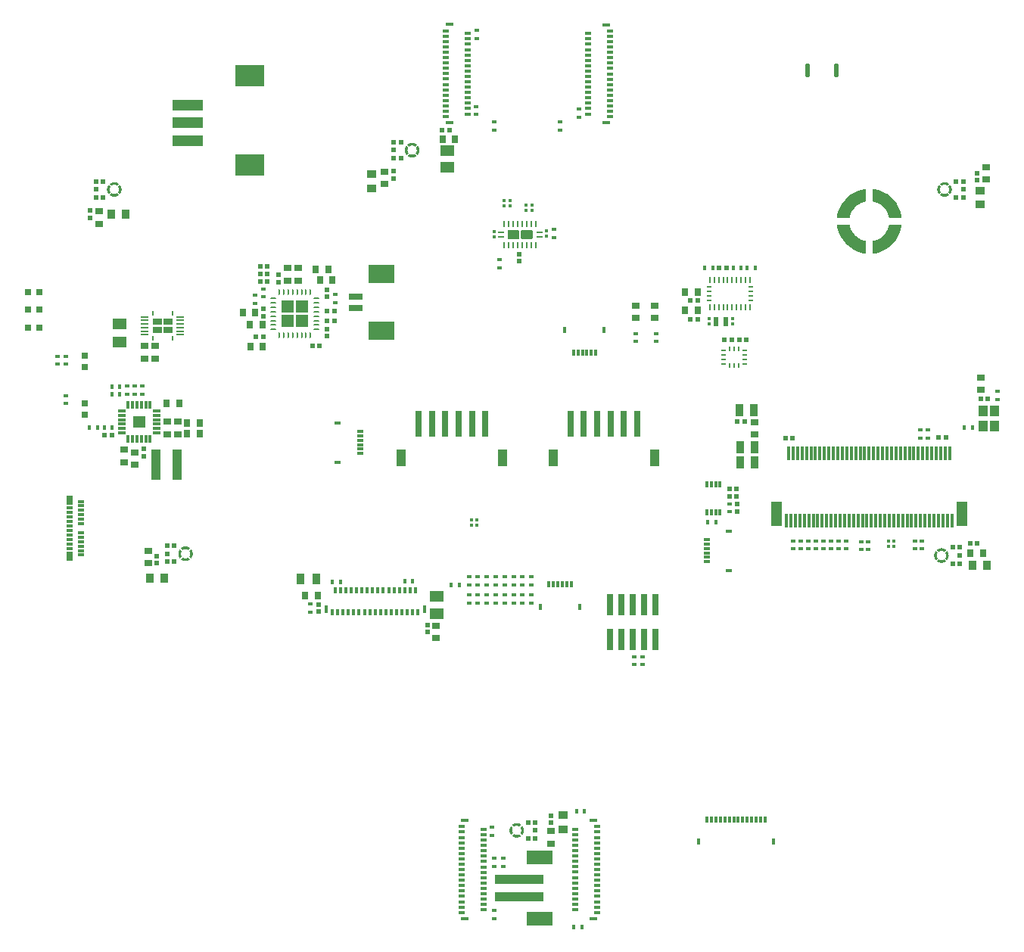
<source format=gbp>
G04*
G04 #@! TF.GenerationSoftware,Altium Limited,Altium Designer,23.5.1 (21)*
G04*
G04 Layer_Color=128*
%FSLAX44Y44*%
%MOMM*%
G71*
G04*
G04 #@! TF.SameCoordinates,796DE07C-666B-433A-AA3A-A7060A37A772*
G04*
G04*
G04 #@! TF.FilePolarity,Positive*
G04*
G01*
G75*
%ADD25R,0.5500X0.4500*%
%ADD26R,0.7000X0.9000*%
%ADD29R,0.4500X0.5500*%
G04:AMPARAMS|DCode=31|XSize=0.55mm|YSize=1.5mm|CornerRadius=0.1375mm|HoleSize=0mm|Usage=FLASHONLY|Rotation=0.000|XOffset=0mm|YOffset=0mm|HoleType=Round|Shape=RoundedRectangle|*
%AMROUNDEDRECTD31*
21,1,0.5500,1.2250,0,0,0.0*
21,1,0.2750,1.5000,0,0,0.0*
1,1,0.2750,0.1375,-0.6125*
1,1,0.2750,-0.1375,-0.6125*
1,1,0.2750,-0.1375,0.6125*
1,1,0.2750,0.1375,0.6125*
%
%ADD31ROUNDEDRECTD31*%
%ADD32R,0.5200X0.5200*%
%ADD33R,1.5000X1.3000*%
%ADD36R,0.8500X1.3000*%
%ADD39R,0.9000X0.7000*%
%ADD43R,0.5200X0.5200*%
%ADD60R,0.3000X0.8000*%
%ADD62R,0.3500X0.3500*%
%ADD64R,1.0000X0.9000*%
%ADD76R,0.3200X0.3600*%
%ADD78R,0.9500X1.3500*%
%ADD160R,0.8000X0.3000*%
%ADD191R,0.8000X0.4000*%
%ADD192R,0.4000X0.8000*%
%ADD193R,0.8000X0.8000*%
%ADD194R,0.2500X0.6750*%
%ADD195R,0.5750X0.2500*%
%ADD196R,0.5000X1.0000*%
G04:AMPARAMS|DCode=197|XSize=0.84mm|YSize=0.26mm|CornerRadius=0.0325mm|HoleSize=0mm|Usage=FLASHONLY|Rotation=270.000|XOffset=0mm|YOffset=0mm|HoleType=Round|Shape=RoundedRectangle|*
%AMROUNDEDRECTD197*
21,1,0.8400,0.1950,0,0,270.0*
21,1,0.7750,0.2600,0,0,270.0*
1,1,0.0650,-0.0975,-0.3875*
1,1,0.0650,-0.0975,0.3875*
1,1,0.0650,0.0975,0.3875*
1,1,0.0650,0.0975,-0.3875*
%
%ADD197ROUNDEDRECTD197*%
G04:AMPARAMS|DCode=198|XSize=0.84mm|YSize=0.26mm|CornerRadius=0.0325mm|HoleSize=0mm|Usage=FLASHONLY|Rotation=0.000|XOffset=0mm|YOffset=0mm|HoleType=Round|Shape=RoundedRectangle|*
%AMROUNDEDRECTD198*
21,1,0.8400,0.1950,0,0,0.0*
21,1,0.7750,0.2600,0,0,0.0*
1,1,0.0650,0.3875,-0.0975*
1,1,0.0650,-0.3875,-0.0975*
1,1,0.0650,-0.3875,0.0975*
1,1,0.0650,0.3875,0.0975*
%
%ADD198ROUNDEDRECTD198*%
%ADD202R,0.5220X0.6000*%
%ADD205R,0.6500X0.3000*%
%ADD206R,0.9500X0.4000*%
%ADD207R,5.5000X1.0000*%
%ADD208R,3.0000X1.6000*%
%ADD209R,3.3000X2.4000*%
%ADD210R,3.5000X1.2000*%
G04:AMPARAMS|DCode=211|XSize=0.25mm|YSize=0.6mm|CornerRadius=0.0625mm|HoleSize=0mm|Usage=FLASHONLY|Rotation=0.000|XOffset=0mm|YOffset=0mm|HoleType=Round|Shape=RoundedRectangle|*
%AMROUNDEDRECTD211*
21,1,0.2500,0.4750,0,0,0.0*
21,1,0.1250,0.6000,0,0,0.0*
1,1,0.1250,0.0625,-0.2375*
1,1,0.1250,-0.0625,-0.2375*
1,1,0.1250,-0.0625,0.2375*
1,1,0.1250,0.0625,0.2375*
%
%ADD211ROUNDEDRECTD211*%
G04:AMPARAMS|DCode=212|XSize=0.25mm|YSize=0.6mm|CornerRadius=0.0625mm|HoleSize=0mm|Usage=FLASHONLY|Rotation=90.000|XOffset=0mm|YOffset=0mm|HoleType=Round|Shape=RoundedRectangle|*
%AMROUNDEDRECTD212*
21,1,0.2500,0.4750,0,0,90.0*
21,1,0.1250,0.6000,0,0,90.0*
1,1,0.1250,0.2375,0.0625*
1,1,0.1250,0.2375,-0.0625*
1,1,0.1250,-0.2375,-0.0625*
1,1,0.1250,-0.2375,0.0625*
%
%ADD212ROUNDEDRECTD212*%
G04:AMPARAMS|DCode=214|XSize=0.25mm|YSize=0.6mm|CornerRadius=0.025mm|HoleSize=0mm|Usage=FLASHONLY|Rotation=0.000|XOffset=0mm|YOffset=0mm|HoleType=Round|Shape=RoundedRectangle|*
%AMROUNDEDRECTD214*
21,1,0.2500,0.5500,0,0,0.0*
21,1,0.2000,0.6000,0,0,0.0*
1,1,0.0500,0.1000,-0.2750*
1,1,0.0500,-0.1000,-0.2750*
1,1,0.0500,-0.1000,0.2750*
1,1,0.0500,0.1000,0.2750*
%
%ADD214ROUNDEDRECTD214*%
G04:AMPARAMS|DCode=216|XSize=0.25mm|YSize=0.6mm|CornerRadius=0.025mm|HoleSize=0mm|Usage=FLASHONLY|Rotation=90.000|XOffset=0mm|YOffset=0mm|HoleType=Round|Shape=RoundedRectangle|*
%AMROUNDEDRECTD216*
21,1,0.2500,0.5500,0,0,90.0*
21,1,0.2000,0.6000,0,0,90.0*
1,1,0.0500,0.2750,0.1000*
1,1,0.0500,0.2750,-0.1000*
1,1,0.0500,-0.2750,-0.1000*
1,1,0.0500,-0.2750,0.1000*
%
%ADD216ROUNDEDRECTD216*%
%ADD217R,0.4750X0.2500*%
%ADD218R,0.2500X0.4750*%
%ADD219R,1.6000X0.8000*%
%ADD220R,3.0000X2.1000*%
%ADD221R,1.0000X1.2000*%
%ADD222R,0.9000X1.0000*%
%ADD223R,0.4000X0.9500*%
%ADD224R,0.3000X0.6500*%
%ADD225R,0.7000X1.0000*%
%ADD226R,0.7000X0.3000*%
%ADD227R,1.1000X1.9000*%
%ADD228R,0.7000X2.9000*%
%ADD229R,0.7600X2.4000*%
%ADD230R,0.8800X0.7200*%
%ADD231R,0.8000X0.8000*%
%ADD233O,0.8500X0.2000*%
%ADD234R,1.2000X2.7500*%
%ADD235R,0.3000X1.5500*%
%ADD236R,1.5000X1.2500*%
%ADD237R,0.9800X3.4000*%
%ADD276R,1.3500X1.3500*%
%ADD277R,1.0000X0.8000*%
%ADD278R,1.0000X0.8000*%
%ADD279R,1.0000X0.8000*%
%ADD280R,1.0000X0.8000*%
%ADD281R,0.2500X0.5250*%
%ADD282R,0.2500X0.5250*%
%ADD283R,0.2500X0.5250*%
%ADD284R,0.2500X0.5250*%
G36*
X-129125Y366617D02*
X-128751Y366590D01*
X-128378Y366547D01*
X-128008Y366486D01*
X-127641Y366408D01*
X-127279Y366313D01*
X-126921Y366202D01*
X-126568Y366073D01*
X-126222Y365929D01*
X-125883Y365768D01*
X-125552Y365592D01*
X-125230Y365401D01*
X-124916Y365195D01*
X-124613Y364975D01*
X-124320Y364740D01*
X-126441Y362619D01*
X-126655Y362768D01*
X-126836Y362884D01*
X-127023Y362991D01*
X-127214Y363091D01*
X-127409Y363183D01*
X-127607Y363266D01*
X-127809Y363341D01*
X-128014Y363408D01*
X-128221Y363466D01*
X-128431Y363515D01*
X-128642Y363555D01*
X-128855Y363587D01*
X-129069Y363609D01*
X-129284Y363623D01*
X-129500Y363627D01*
X-129715Y363623D01*
X-129930Y363609D01*
X-130144Y363587D01*
X-130357Y363555D01*
X-130569Y363515D01*
X-130778Y363466D01*
X-130986Y363408D01*
X-131191Y363341D01*
X-131392Y363266D01*
X-131591Y363183D01*
X-131786Y363091D01*
X-131977Y362991D01*
X-132163Y362884D01*
X-132345Y362768D01*
X-132558Y362619D01*
X-134679Y364740D01*
X-134386Y364975D01*
X-134083Y365195D01*
X-133770Y365401D01*
X-133447Y365592D01*
X-133116Y365768D01*
X-132777Y365929D01*
X-132431Y366073D01*
X-132079Y366202D01*
X-131721Y366313D01*
X-131358Y366408D01*
X-130991Y366486D01*
X-130621Y366547D01*
X-130249Y366590D01*
X-129875Y366617D01*
X-129500Y366625D01*
X-129125Y366617D01*
D02*
G37*
G36*
X-124320Y352260D02*
X-124613Y352025D01*
X-124916Y351805D01*
X-125230Y351599D01*
X-125552Y351408D01*
X-125883Y351232D01*
X-126222Y351071D01*
X-126568Y350927D01*
X-126921Y350798D01*
X-127279Y350687D01*
X-127641Y350592D01*
X-128008Y350514D01*
X-128378Y350453D01*
X-128751Y350410D01*
X-129125Y350383D01*
X-129500Y350375D01*
X-129875Y350383D01*
X-130249Y350410D01*
X-130621Y350453D01*
X-130991Y350514D01*
X-131358Y350592D01*
X-131721Y350687D01*
X-132079Y350798D01*
X-132431Y350927D01*
X-132777Y351071D01*
X-133116Y351232D01*
X-133447Y351408D01*
X-133770Y351599D01*
X-134083Y351805D01*
X-134386Y352025D01*
X-134679Y352260D01*
X-132558Y354381D01*
X-132342Y354230D01*
X-132158Y354113D01*
X-131969Y354004D01*
X-131775Y353904D01*
X-131577Y353811D01*
X-131376Y353727D01*
X-131171Y353652D01*
X-130963Y353585D01*
X-130752Y353527D01*
X-130539Y353479D01*
X-130325Y353439D01*
X-130108Y353409D01*
X-129891Y353388D01*
X-129673Y353376D01*
X-129455Y353373D01*
X-129237Y353379D01*
X-129019Y353395D01*
X-128802Y353420D01*
X-128586Y353454D01*
X-128372Y353498D01*
X-128160Y353550D01*
X-127951Y353611D01*
X-127744Y353682D01*
X-127541Y353761D01*
X-127340Y353848D01*
X-127144Y353944D01*
X-126952Y354048D01*
X-126765Y354160D01*
X-126583Y354280D01*
X-126441Y354381D01*
X-124320Y352260D01*
D02*
G37*
G36*
X-123025Y363387D02*
X-122805Y363083D01*
X-122599Y362770D01*
X-122408Y362448D01*
X-122231Y362116D01*
X-122071Y361777D01*
X-121926Y361431D01*
X-121798Y361079D01*
X-121686Y360721D01*
X-121592Y360358D01*
X-121514Y359991D01*
X-121453Y359621D01*
X-121409Y359249D01*
X-121383Y358875D01*
X-121374Y358500D01*
X-121383Y358125D01*
X-121409Y357751D01*
X-121453Y357379D01*
X-121514Y357009D01*
X-121592Y356642D01*
X-121686Y356279D01*
X-121798Y355921D01*
X-121926Y355569D01*
X-122071Y355223D01*
X-122231Y354884D01*
X-122408Y354552D01*
X-122599Y354230D01*
X-122805Y353917D01*
X-123025Y353613D01*
X-123259Y353320D01*
X-125381Y355442D01*
X-125230Y355657D01*
X-125113Y355842D01*
X-125004Y356031D01*
X-124903Y356225D01*
X-124811Y356423D01*
X-124727Y356624D01*
X-124651Y356829D01*
X-124585Y357037D01*
X-124527Y357247D01*
X-124479Y357460D01*
X-124439Y357675D01*
X-124409Y357891D01*
X-124387Y358108D01*
X-124375Y358326D01*
X-124373Y358545D01*
X-124379Y358763D01*
X-124395Y358981D01*
X-124420Y359198D01*
X-124454Y359413D01*
X-124497Y359627D01*
X-124550Y359839D01*
X-124611Y360049D01*
X-124681Y360256D01*
X-124760Y360459D01*
X-124848Y360659D01*
X-124944Y360855D01*
X-125048Y361047D01*
X-125160Y361235D01*
X-125280Y361417D01*
X-125381Y361558D01*
X-123259Y363680D01*
X-123025Y363387D01*
D02*
G37*
G36*
X-133619Y361558D02*
X-133719Y361417D01*
X-133839Y361235D01*
X-133952Y361047D01*
X-134056Y360855D01*
X-134152Y360659D01*
X-134239Y360459D01*
X-134318Y360256D01*
X-134388Y360049D01*
X-134450Y359839D01*
X-134502Y359627D01*
X-134545Y359413D01*
X-134579Y359198D01*
X-134605Y358981D01*
X-134620Y358763D01*
X-134627Y358545D01*
X-134624Y358326D01*
X-134612Y358108D01*
X-134591Y357891D01*
X-134560Y357675D01*
X-134521Y357460D01*
X-134472Y357247D01*
X-134414Y357037D01*
X-134348Y356829D01*
X-134273Y356624D01*
X-134189Y356423D01*
X-134096Y356225D01*
X-133995Y356031D01*
X-133886Y355842D01*
X-133770Y355657D01*
X-133619Y355442D01*
X-135740Y353320D01*
X-135974Y353613D01*
X-136195Y353917D01*
X-136401Y354230D01*
X-136592Y354552D01*
X-136768Y354884D01*
X-136928Y355223D01*
X-137073Y355569D01*
X-137201Y355921D01*
X-137313Y356279D01*
X-137408Y356642D01*
X-137486Y357009D01*
X-137547Y357379D01*
X-137590Y357751D01*
X-137616Y358125D01*
X-137625Y358500D01*
X-137616Y358875D01*
X-137590Y359249D01*
X-137547Y359621D01*
X-137486Y359991D01*
X-137408Y360358D01*
X-137313Y360721D01*
X-137201Y361079D01*
X-137073Y361431D01*
X-136928Y361777D01*
X-136768Y362116D01*
X-136592Y362448D01*
X-136401Y362770D01*
X-136195Y363083D01*
X-135974Y363387D01*
X-135740Y363680D01*
X-133619Y361558D01*
D02*
G37*
G36*
X466525Y322704D02*
X466899Y322677D01*
X467272Y322634D01*
X467642Y322573D01*
X468008Y322495D01*
X468371Y322400D01*
X468729Y322288D01*
X469082Y322160D01*
X469428Y322016D01*
X469767Y321855D01*
X470098Y321679D01*
X470420Y321488D01*
X470733Y321282D01*
X471037Y321061D01*
X471330Y320827D01*
X469208Y318706D01*
X468993Y318857D01*
X468808Y318974D01*
X468619Y319083D01*
X468425Y319183D01*
X468228Y319276D01*
X468026Y319360D01*
X467821Y319435D01*
X467613Y319502D01*
X467403Y319559D01*
X467190Y319608D01*
X466975Y319648D01*
X466759Y319678D01*
X466542Y319699D01*
X466324Y319711D01*
X466105Y319714D01*
X465887Y319708D01*
X465669Y319692D01*
X465452Y319667D01*
X465237Y319632D01*
X465023Y319589D01*
X464811Y319537D01*
X464601Y319475D01*
X464394Y319405D01*
X464191Y319326D01*
X463991Y319239D01*
X463795Y319143D01*
X463603Y319039D01*
X463415Y318927D01*
X463233Y318807D01*
X463092Y318706D01*
X460971Y320827D01*
X461264Y321061D01*
X461567Y321282D01*
X461880Y321488D01*
X462203Y321679D01*
X462534Y321855D01*
X462873Y322016D01*
X463219Y322160D01*
X463571Y322288D01*
X463929Y322400D01*
X464292Y322495D01*
X464659Y322573D01*
X465029Y322634D01*
X465401Y322677D01*
X465775Y322704D01*
X466150Y322712D01*
X466525Y322704D01*
D02*
G37*
G36*
X-462275Y322703D02*
X-461901Y322677D01*
X-461529Y322633D01*
X-461159Y322573D01*
X-460792Y322495D01*
X-460429Y322400D01*
X-460071Y322288D01*
X-459719Y322160D01*
X-459373Y322015D01*
X-459034Y321855D01*
X-458703Y321679D01*
X-458380Y321487D01*
X-458067Y321281D01*
X-457763Y321061D01*
X-457471Y320827D01*
X-459592Y318705D01*
X-459805Y318855D01*
X-459987Y318970D01*
X-460173Y319078D01*
X-460364Y319178D01*
X-460559Y319269D01*
X-460757Y319353D01*
X-460959Y319428D01*
X-461164Y319494D01*
X-461371Y319552D01*
X-461581Y319601D01*
X-461793Y319642D01*
X-462006Y319673D01*
X-462220Y319696D01*
X-462435Y319709D01*
X-462650Y319714D01*
X-462865Y319709D01*
X-463080Y319696D01*
X-463294Y319673D01*
X-463507Y319642D01*
X-463719Y319601D01*
X-463929Y319552D01*
X-464136Y319494D01*
X-464341Y319428D01*
X-464543Y319353D01*
X-464741Y319269D01*
X-464936Y319178D01*
X-465127Y319078D01*
X-465313Y318970D01*
X-465495Y318855D01*
X-465708Y318705D01*
X-467830Y320827D01*
X-467537Y321061D01*
X-467233Y321281D01*
X-466920Y321487D01*
X-466598Y321679D01*
X-466267Y321855D01*
X-465928Y322015D01*
X-465582Y322160D01*
X-465229Y322288D01*
X-464871Y322400D01*
X-464508Y322495D01*
X-464142Y322573D01*
X-463772Y322633D01*
X-463399Y322677D01*
X-463025Y322703D01*
X-462650Y322712D01*
X-462275Y322703D01*
D02*
G37*
G36*
X471330Y308347D02*
X471037Y308112D01*
X470733Y307892D01*
X470420Y307686D01*
X470098Y307495D01*
X469767Y307319D01*
X469428Y307158D01*
X469082Y307014D01*
X468729Y306885D01*
X468371Y306774D01*
X468008Y306679D01*
X467642Y306601D01*
X467272Y306540D01*
X466899Y306496D01*
X466525Y306470D01*
X466150Y306462D01*
X465775Y306470D01*
X465401Y306496D01*
X465029Y306540D01*
X464659Y306601D01*
X464292Y306679D01*
X463929Y306774D01*
X463571Y306885D01*
X463219Y307014D01*
X462873Y307158D01*
X462534Y307319D01*
X462203Y307495D01*
X461880Y307686D01*
X461567Y307892D01*
X461264Y308112D01*
X460971Y308347D01*
X463092Y310468D01*
X463305Y310319D01*
X463487Y310203D01*
X463673Y310096D01*
X463864Y309996D01*
X464059Y309904D01*
X464258Y309821D01*
X464459Y309746D01*
X464664Y309679D01*
X464872Y309621D01*
X465081Y309572D01*
X465293Y309532D01*
X465506Y309500D01*
X465720Y309478D01*
X465935Y309464D01*
X466150Y309460D01*
X466366Y309464D01*
X466580Y309478D01*
X466795Y309500D01*
X467008Y309532D01*
X467219Y309572D01*
X467429Y309621D01*
X467636Y309679D01*
X467841Y309746D01*
X468043Y309821D01*
X468241Y309904D01*
X468436Y309996D01*
X468627Y310096D01*
X468814Y310203D01*
X468995Y310319D01*
X469208Y310468D01*
X471330Y308347D01*
D02*
G37*
G36*
X-457471Y308346D02*
X-457763Y308112D01*
X-458067Y307892D01*
X-458380Y307686D01*
X-458703Y307494D01*
X-459034Y307318D01*
X-459373Y307158D01*
X-459719Y307013D01*
X-460071Y306885D01*
X-460429Y306773D01*
X-460792Y306678D01*
X-461159Y306600D01*
X-461529Y306539D01*
X-461901Y306496D01*
X-462275Y306470D01*
X-462650Y306461D01*
X-463025Y306470D01*
X-463399Y306496D01*
X-463772Y306539D01*
X-464142Y306600D01*
X-464508Y306678D01*
X-464871Y306773D01*
X-465229Y306885D01*
X-465582Y307013D01*
X-465928Y307158D01*
X-466267Y307318D01*
X-466598Y307494D01*
X-466920Y307686D01*
X-467233Y307892D01*
X-467537Y308112D01*
X-467830Y308346D01*
X-465708Y310468D01*
X-465493Y310317D01*
X-465308Y310200D01*
X-465119Y310091D01*
X-464925Y309990D01*
X-464728Y309898D01*
X-464526Y309814D01*
X-464321Y309738D01*
X-464113Y309672D01*
X-463903Y309614D01*
X-463690Y309565D01*
X-463475Y309526D01*
X-463259Y309495D01*
X-463042Y309474D01*
X-462824Y309462D01*
X-462605Y309459D01*
X-462387Y309466D01*
X-462169Y309482D01*
X-461952Y309507D01*
X-461737Y309541D01*
X-461523Y309584D01*
X-461311Y309637D01*
X-461101Y309698D01*
X-460895Y309768D01*
X-460691Y309847D01*
X-460491Y309935D01*
X-460295Y310030D01*
X-460103Y310135D01*
X-459915Y310247D01*
X-459733Y310367D01*
X-459592Y310468D01*
X-457471Y308346D01*
D02*
G37*
G36*
X472625Y319474D02*
X472845Y319170D01*
X473051Y318857D01*
X473242Y318534D01*
X473418Y318203D01*
X473579Y317864D01*
X473723Y317518D01*
X473852Y317166D01*
X473963Y316808D01*
X474058Y316445D01*
X474136Y316078D01*
X474197Y315708D01*
X474241Y315336D01*
X474267Y314962D01*
X474276Y314587D01*
X474267Y314212D01*
X474241Y313838D01*
X474197Y313465D01*
X474136Y313095D01*
X474058Y312729D01*
X473963Y312366D01*
X473852Y312008D01*
X473723Y311656D01*
X473579Y311310D01*
X473418Y310970D01*
X473242Y310639D01*
X473051Y310317D01*
X472845Y310004D01*
X472625Y309700D01*
X472390Y309407D01*
X470269Y311529D01*
X470370Y311670D01*
X470490Y311852D01*
X470602Y312040D01*
X470706Y312232D01*
X470802Y312428D01*
X470890Y312628D01*
X470968Y312831D01*
X471039Y313038D01*
X471100Y313248D01*
X471152Y313459D01*
X471196Y313673D01*
X471230Y313889D01*
X471255Y314106D01*
X471271Y314324D01*
X471277Y314542D01*
X471274Y314760D01*
X471263Y314978D01*
X471241Y315196D01*
X471211Y315412D01*
X471171Y315627D01*
X471123Y315839D01*
X471065Y316050D01*
X470998Y316258D01*
X470923Y316463D01*
X470839Y316664D01*
X470747Y316862D01*
X470646Y317056D01*
X470537Y317245D01*
X470420Y317430D01*
X470269Y317645D01*
X472390Y319766D01*
X472625Y319474D01*
D02*
G37*
G36*
X462031Y317645D02*
X461880Y317430D01*
X461763Y317245D01*
X461654Y317056D01*
X461554Y316862D01*
X461461Y316664D01*
X461377Y316463D01*
X461302Y316258D01*
X461235Y316050D01*
X461178Y315839D01*
X461129Y315627D01*
X461089Y315412D01*
X461059Y315196D01*
X461038Y314978D01*
X461026Y314760D01*
X461023Y314542D01*
X461030Y314324D01*
X461045Y314106D01*
X461070Y313889D01*
X461105Y313673D01*
X461148Y313459D01*
X461200Y313248D01*
X461262Y313038D01*
X461332Y312831D01*
X461411Y312628D01*
X461498Y312428D01*
X461594Y312232D01*
X461698Y312040D01*
X461810Y311852D01*
X461930Y311670D01*
X462031Y311529D01*
X459910Y309407D01*
X459676Y309700D01*
X459455Y310004D01*
X459249Y310317D01*
X459058Y310639D01*
X458882Y310970D01*
X458721Y311310D01*
X458577Y311656D01*
X458449Y312008D01*
X458337Y312366D01*
X458242Y312729D01*
X458164Y313095D01*
X458103Y313465D01*
X458060Y313838D01*
X458033Y314212D01*
X458025Y314587D01*
X458033Y314962D01*
X458060Y315336D01*
X458103Y315708D01*
X458164Y316078D01*
X458242Y316445D01*
X458337Y316808D01*
X458449Y317166D01*
X458577Y317518D01*
X458721Y317864D01*
X458882Y318203D01*
X459058Y318534D01*
X459249Y318857D01*
X459455Y319170D01*
X459676Y319474D01*
X459910Y319766D01*
X462031Y317645D01*
D02*
G37*
G36*
X-456176Y319473D02*
X-455955Y319170D01*
X-455749Y318857D01*
X-455558Y318534D01*
X-455382Y318203D01*
X-455221Y317864D01*
X-455077Y317518D01*
X-454949Y317166D01*
X-454837Y316807D01*
X-454742Y316445D01*
X-454664Y316078D01*
X-454603Y315708D01*
X-454560Y315335D01*
X-454533Y314961D01*
X-454525Y314586D01*
X-454533Y314212D01*
X-454560Y313838D01*
X-454603Y313465D01*
X-454664Y313095D01*
X-454742Y312728D01*
X-454837Y312365D01*
X-454949Y312007D01*
X-455077Y311655D01*
X-455221Y311309D01*
X-455382Y310970D01*
X-455558Y310639D01*
X-455749Y310316D01*
X-455955Y310003D01*
X-456176Y309700D01*
X-456410Y309407D01*
X-458531Y311528D01*
X-458380Y311744D01*
X-458263Y311928D01*
X-458154Y312117D01*
X-458054Y312311D01*
X-457961Y312509D01*
X-457877Y312710D01*
X-457802Y312915D01*
X-457735Y313123D01*
X-457678Y313334D01*
X-457629Y313547D01*
X-457589Y313762D01*
X-457559Y313978D01*
X-457538Y314195D01*
X-457526Y314413D01*
X-457523Y314631D01*
X-457529Y314849D01*
X-457545Y315067D01*
X-457570Y315284D01*
X-457604Y315500D01*
X-457648Y315714D01*
X-457700Y315926D01*
X-457762Y316135D01*
X-457832Y316342D01*
X-457911Y316546D01*
X-457998Y316746D01*
X-458094Y316942D01*
X-458198Y317134D01*
X-458310Y317321D01*
X-458430Y317504D01*
X-458531Y317645D01*
X-456410Y319766D01*
X-456176Y319473D01*
D02*
G37*
G36*
X-466769Y317645D02*
X-466870Y317504D01*
X-466990Y317321D01*
X-467102Y317134D01*
X-467206Y316942D01*
X-467302Y316746D01*
X-467389Y316546D01*
X-467468Y316342D01*
X-467538Y316135D01*
X-467600Y315926D01*
X-467652Y315714D01*
X-467696Y315500D01*
X-467730Y315284D01*
X-467755Y315067D01*
X-467771Y314849D01*
X-467777Y314631D01*
X-467775Y314413D01*
X-467762Y314195D01*
X-467741Y313978D01*
X-467711Y313762D01*
X-467671Y313547D01*
X-467622Y313334D01*
X-467565Y313123D01*
X-467498Y312915D01*
X-467423Y312710D01*
X-467339Y312509D01*
X-467247Y312311D01*
X-467146Y312117D01*
X-467037Y311928D01*
X-466920Y311744D01*
X-466769Y311528D01*
X-468890Y309407D01*
X-469125Y309700D01*
X-469345Y310003D01*
X-469551Y310316D01*
X-469742Y310639D01*
X-469918Y310970D01*
X-470079Y311309D01*
X-470223Y311655D01*
X-470352Y312007D01*
X-470463Y312365D01*
X-470558Y312728D01*
X-470636Y313095D01*
X-470697Y313465D01*
X-470741Y313838D01*
X-470767Y314212D01*
X-470775Y314586D01*
X-470767Y314961D01*
X-470741Y315335D01*
X-470697Y315708D01*
X-470636Y316078D01*
X-470558Y316445D01*
X-470463Y316807D01*
X-470352Y317166D01*
X-470223Y317518D01*
X-470079Y317864D01*
X-469918Y318203D01*
X-469742Y318534D01*
X-469551Y318857D01*
X-469345Y319170D01*
X-469125Y319473D01*
X-468890Y319766D01*
X-466769Y317645D01*
D02*
G37*
G36*
X378000Y301039D02*
X378000Y301040D01*
X376344Y300674D01*
X373138Y299573D01*
X370135Y298000D01*
X367405Y295992D01*
X365008Y293595D01*
X363000Y290864D01*
X361427Y287862D01*
X360326Y284656D01*
X359960Y283000D01*
Y283000D01*
X345871D01*
X345871Y283000D01*
X346096Y285035D01*
X347001Y289028D01*
X348348Y292894D01*
X350121Y296585D01*
X352297Y300053D01*
X354848Y303255D01*
X357743Y306150D01*
X360945Y308702D01*
X364413Y310878D01*
X368103Y312651D01*
X371969Y313999D01*
X375962Y314903D01*
X377997Y315129D01*
X378000D01*
Y301039D01*
D02*
G37*
G36*
X388035Y314904D02*
X392028Y313999D01*
X395894Y312652D01*
X399585Y310879D01*
X403053Y308703D01*
X406255Y306152D01*
X409150Y303257D01*
X411702Y300055D01*
X413878Y296587D01*
X415651Y292897D01*
X416998Y289031D01*
X417903Y285038D01*
X418129Y283003D01*
Y283000D01*
X404039D01*
X404040Y283000D01*
X403674Y284656D01*
X402573Y287862D01*
X401000Y290864D01*
X398992Y293595D01*
X396595Y295992D01*
X393864Y298000D01*
X390862Y299573D01*
X387656Y300674D01*
X386000Y301040D01*
X386000Y301040D01*
X386000D01*
Y315129D01*
X386000D01*
X388035Y314904D01*
D02*
G37*
G36*
X4816Y268848D02*
X5098Y268566D01*
X5250Y268199D01*
Y268000D01*
Y260000D01*
Y259801D01*
X5098Y259433D01*
X4816Y259152D01*
X4449Y259000D01*
X-6949D01*
X-7316Y259152D01*
X-7598Y259433D01*
X-7750Y259801D01*
Y260000D01*
Y268000D01*
Y268199D01*
X-7598Y268566D01*
X-7316Y268848D01*
X-6949Y269000D01*
X4449D01*
X4816Y268848D01*
D02*
G37*
G36*
X-10184D02*
X-9902Y268566D01*
X-9750Y268199D01*
Y268000D01*
Y260000D01*
Y259801D01*
X-9902Y259433D01*
X-10184Y259152D01*
X-10551Y259000D01*
X-21949D01*
X-22317Y259152D01*
X-22598Y259433D01*
X-22750Y259801D01*
Y260000D01*
Y268000D01*
Y268199D01*
X-22598Y268566D01*
X-22317Y268848D01*
X-21949Y269000D01*
X-10551D01*
X-10184Y268848D01*
D02*
G37*
G36*
X418129Y275000D02*
X417904Y272965D01*
X416999Y268972D01*
X415652Y265106D01*
X413879Y261415D01*
X411703Y257947D01*
X409152Y254745D01*
X406257Y251850D01*
X403055Y249298D01*
X399587Y247122D01*
X395897Y245349D01*
X392031Y244002D01*
X388038Y243097D01*
X386003Y242871D01*
X386000Y242871D01*
Y256961D01*
X386000Y256960D01*
X387656Y257326D01*
X390862Y258428D01*
X393864Y260000D01*
X396595Y262008D01*
X398992Y264405D01*
X401000Y267136D01*
X402573Y270138D01*
X403674Y273344D01*
X404040Y275000D01*
X404040D01*
Y275000D01*
X418129D01*
Y275000D01*
D02*
G37*
G36*
X359960Y275000D02*
X360326Y273344D01*
X361427Y270138D01*
X363000Y267136D01*
X365008Y264405D01*
X367405Y262008D01*
X370135Y260000D01*
X373138Y258428D01*
X376344Y257326D01*
X378000Y256960D01*
X378000D01*
Y242871D01*
X378000Y242871D01*
X375965Y243096D01*
X371972Y244001D01*
X368106Y245348D01*
X364415Y247121D01*
X360947Y249297D01*
X357745Y251848D01*
X354850Y254743D01*
X352298Y257945D01*
X350122Y261413D01*
X348349Y265103D01*
X347001Y268969D01*
X346096Y272962D01*
X345871Y274997D01*
X345871Y275000D01*
X359961D01*
X359960Y275000D01*
D02*
G37*
G36*
X-428360Y47860D02*
X-441640D01*
Y61140D01*
X-428360D01*
Y47860D01*
D02*
G37*
G36*
X-382625Y-84883D02*
X-382251Y-84909D01*
X-381879Y-84953D01*
X-381509Y-85014D01*
X-381142Y-85092D01*
X-380779Y-85187D01*
X-380421Y-85299D01*
X-380069Y-85427D01*
X-379723Y-85571D01*
X-379384Y-85732D01*
X-379053Y-85908D01*
X-378730Y-86099D01*
X-378417Y-86305D01*
X-378113Y-86525D01*
X-377821Y-86760D01*
X-379942Y-88881D01*
X-380155Y-88732D01*
X-380337Y-88616D01*
X-380523Y-88509D01*
X-380714Y-88409D01*
X-380909Y-88317D01*
X-381107Y-88234D01*
X-381309Y-88159D01*
X-381514Y-88092D01*
X-381721Y-88034D01*
X-381931Y-87985D01*
X-382143Y-87945D01*
X-382356Y-87913D01*
X-382570Y-87891D01*
X-382785Y-87877D01*
X-383000Y-87873D01*
X-383215Y-87877D01*
X-383430Y-87891D01*
X-383644Y-87913D01*
X-383857Y-87945D01*
X-384069Y-87985D01*
X-384279Y-88034D01*
X-384486Y-88092D01*
X-384691Y-88159D01*
X-384893Y-88234D01*
X-385091Y-88317D01*
X-385286Y-88409D01*
X-385477Y-88509D01*
X-385663Y-88616D01*
X-385845Y-88732D01*
X-386058Y-88881D01*
X-388180Y-86760D01*
X-387887Y-86525D01*
X-387583Y-86305D01*
X-387270Y-86099D01*
X-386948Y-85908D01*
X-386616Y-85732D01*
X-386278Y-85571D01*
X-385931Y-85427D01*
X-385579Y-85299D01*
X-385221Y-85187D01*
X-384858Y-85092D01*
X-384492Y-85014D01*
X-384122Y-84953D01*
X-383749Y-84909D01*
X-383375Y-84883D01*
X-383000Y-84875D01*
X-382625Y-84883D01*
D02*
G37*
G36*
X463025Y-86883D02*
X463399Y-86910D01*
X463771Y-86953D01*
X464142Y-87014D01*
X464508Y-87092D01*
X464871Y-87187D01*
X465229Y-87298D01*
X465581Y-87427D01*
X465927Y-87571D01*
X466266Y-87732D01*
X466598Y-87908D01*
X466920Y-88099D01*
X467233Y-88305D01*
X467537Y-88525D01*
X467830Y-88760D01*
X465708Y-90881D01*
X465493Y-90730D01*
X465308Y-90613D01*
X465119Y-90504D01*
X464925Y-90403D01*
X464728Y-90311D01*
X464526Y-90227D01*
X464321Y-90152D01*
X464113Y-90085D01*
X463903Y-90028D01*
X463690Y-89979D01*
X463475Y-89939D01*
X463259Y-89909D01*
X463041Y-89888D01*
X462823Y-89876D01*
X462605Y-89873D01*
X462387Y-89879D01*
X462169Y-89895D01*
X461952Y-89920D01*
X461737Y-89955D01*
X461523Y-89998D01*
X461311Y-90050D01*
X461101Y-90112D01*
X460894Y-90182D01*
X460691Y-90261D01*
X460491Y-90348D01*
X460295Y-90444D01*
X460103Y-90548D01*
X459915Y-90660D01*
X459733Y-90780D01*
X459592Y-90881D01*
X457471Y-88760D01*
X457763Y-88525D01*
X458067Y-88305D01*
X458380Y-88099D01*
X458703Y-87908D01*
X459034Y-87732D01*
X459373Y-87571D01*
X459719Y-87427D01*
X460071Y-87298D01*
X460429Y-87187D01*
X460792Y-87092D01*
X461158Y-87014D01*
X461529Y-86953D01*
X461901Y-86910D01*
X462275Y-86883D01*
X462650Y-86875D01*
X463025Y-86883D01*
D02*
G37*
G36*
X-377821Y-99240D02*
X-378113Y-99474D01*
X-378417Y-99695D01*
X-378730Y-99901D01*
X-379053Y-100092D01*
X-379384Y-100268D01*
X-379723Y-100429D01*
X-380069Y-100573D01*
X-380421Y-100702D01*
X-380779Y-100813D01*
X-381142Y-100908D01*
X-381509Y-100986D01*
X-381879Y-101047D01*
X-382251Y-101090D01*
X-382625Y-101117D01*
X-383000Y-101125D01*
X-383375Y-101117D01*
X-383749Y-101090D01*
X-384122Y-101047D01*
X-384492Y-100986D01*
X-384858Y-100908D01*
X-385221Y-100813D01*
X-385579Y-100702D01*
X-385931Y-100573D01*
X-386278Y-100429D01*
X-386616Y-100268D01*
X-386948Y-100092D01*
X-387270Y-99901D01*
X-387583Y-99695D01*
X-387887Y-99474D01*
X-388180Y-99240D01*
X-386058Y-97119D01*
X-385843Y-97270D01*
X-385658Y-97387D01*
X-385469Y-97496D01*
X-385275Y-97597D01*
X-385078Y-97689D01*
X-384876Y-97773D01*
X-384671Y-97848D01*
X-384463Y-97915D01*
X-384253Y-97972D01*
X-384040Y-98021D01*
X-383825Y-98061D01*
X-383609Y-98091D01*
X-383391Y-98112D01*
X-383173Y-98124D01*
X-382955Y-98127D01*
X-382737Y-98121D01*
X-382519Y-98105D01*
X-382302Y-98080D01*
X-382087Y-98046D01*
X-381873Y-98002D01*
X-381661Y-97950D01*
X-381451Y-97888D01*
X-381244Y-97818D01*
X-381041Y-97739D01*
X-380841Y-97652D01*
X-380645Y-97556D01*
X-380453Y-97452D01*
X-380265Y-97340D01*
X-380083Y-97220D01*
X-379942Y-97119D01*
X-377821Y-99240D01*
D02*
G37*
G36*
X-376525Y-88113D02*
X-376305Y-88417D01*
X-376099Y-88730D01*
X-375908Y-89052D01*
X-375732Y-89384D01*
X-375571Y-89723D01*
X-375427Y-90069D01*
X-375299Y-90421D01*
X-375187Y-90779D01*
X-375092Y-91142D01*
X-375014Y-91509D01*
X-374953Y-91879D01*
X-374910Y-92251D01*
X-374883Y-92625D01*
X-374875Y-93000D01*
X-374883Y-93375D01*
X-374910Y-93749D01*
X-374953Y-94121D01*
X-375014Y-94492D01*
X-375092Y-94858D01*
X-375187Y-95221D01*
X-375299Y-95579D01*
X-375427Y-95931D01*
X-375571Y-96277D01*
X-375732Y-96616D01*
X-375908Y-96947D01*
X-376099Y-97270D01*
X-376305Y-97583D01*
X-376525Y-97887D01*
X-376760Y-98180D01*
X-378881Y-96058D01*
X-378730Y-95843D01*
X-378613Y-95658D01*
X-378504Y-95469D01*
X-378404Y-95275D01*
X-378311Y-95077D01*
X-378227Y-94876D01*
X-378152Y-94671D01*
X-378085Y-94463D01*
X-378028Y-94253D01*
X-377979Y-94040D01*
X-377939Y-93825D01*
X-377909Y-93609D01*
X-377888Y-93392D01*
X-377876Y-93173D01*
X-377873Y-92955D01*
X-377879Y-92737D01*
X-377895Y-92519D01*
X-377920Y-92302D01*
X-377954Y-92087D01*
X-377998Y-91873D01*
X-378050Y-91661D01*
X-378111Y-91451D01*
X-378182Y-91244D01*
X-378261Y-91041D01*
X-378348Y-90841D01*
X-378444Y-90645D01*
X-378548Y-90453D01*
X-378660Y-90265D01*
X-378780Y-90083D01*
X-378881Y-89942D01*
X-376760Y-87820D01*
X-376525Y-88113D01*
D02*
G37*
G36*
X-387119Y-89942D02*
X-387220Y-90083D01*
X-387340Y-90265D01*
X-387452Y-90453D01*
X-387556Y-90645D01*
X-387652Y-90841D01*
X-387739Y-91041D01*
X-387818Y-91244D01*
X-387888Y-91451D01*
X-387950Y-91661D01*
X-388002Y-91873D01*
X-388046Y-92087D01*
X-388080Y-92302D01*
X-388105Y-92519D01*
X-388121Y-92737D01*
X-388127Y-92955D01*
X-388124Y-93173D01*
X-388112Y-93392D01*
X-388091Y-93609D01*
X-388061Y-93825D01*
X-388021Y-94040D01*
X-387972Y-94253D01*
X-387915Y-94463D01*
X-387848Y-94671D01*
X-387773Y-94876D01*
X-387689Y-95077D01*
X-387597Y-95275D01*
X-387496Y-95469D01*
X-387387Y-95658D01*
X-387270Y-95843D01*
X-387119Y-96058D01*
X-389240Y-98180D01*
X-389474Y-97887D01*
X-389695Y-97583D01*
X-389901Y-97270D01*
X-390092Y-96947D01*
X-390268Y-96616D01*
X-390429Y-96277D01*
X-390573Y-95931D01*
X-390701Y-95579D01*
X-390813Y-95221D01*
X-390908Y-94858D01*
X-390986Y-94492D01*
X-391047Y-94121D01*
X-391091Y-93749D01*
X-391117Y-93375D01*
X-391125Y-93000D01*
X-391117Y-92625D01*
X-391091Y-92251D01*
X-391047Y-91879D01*
X-390986Y-91509D01*
X-390908Y-91142D01*
X-390813Y-90779D01*
X-390701Y-90421D01*
X-390573Y-90069D01*
X-390429Y-89723D01*
X-390268Y-89384D01*
X-390092Y-89052D01*
X-389901Y-88730D01*
X-389695Y-88417D01*
X-389474Y-88113D01*
X-389240Y-87820D01*
X-387119Y-89942D01*
D02*
G37*
G36*
X467830Y-101240D02*
X467537Y-101475D01*
X467233Y-101695D01*
X466920Y-101901D01*
X466598Y-102092D01*
X466266Y-102268D01*
X465927Y-102429D01*
X465581Y-102573D01*
X465229Y-102702D01*
X464871Y-102813D01*
X464508Y-102908D01*
X464142Y-102986D01*
X463771Y-103047D01*
X463399Y-103090D01*
X463025Y-103117D01*
X462650Y-103125D01*
X462275Y-103117D01*
X461901Y-103090D01*
X461529Y-103047D01*
X461158Y-102986D01*
X460792Y-102908D01*
X460429Y-102813D01*
X460071Y-102702D01*
X459719Y-102573D01*
X459373Y-102429D01*
X459034Y-102268D01*
X458703Y-102092D01*
X458380Y-101901D01*
X458067Y-101695D01*
X457763Y-101475D01*
X457471Y-101240D01*
X459592Y-99119D01*
X459805Y-99268D01*
X459987Y-99384D01*
X460173Y-99491D01*
X460364Y-99591D01*
X460559Y-99683D01*
X460757Y-99766D01*
X460959Y-99841D01*
X461164Y-99908D01*
X461371Y-99966D01*
X461581Y-100015D01*
X461793Y-100055D01*
X462006Y-100087D01*
X462220Y-100109D01*
X462435Y-100123D01*
X462650Y-100127D01*
X462865Y-100123D01*
X463080Y-100109D01*
X463294Y-100087D01*
X463507Y-100055D01*
X463719Y-100015D01*
X463929Y-99966D01*
X464136Y-99908D01*
X464341Y-99841D01*
X464543Y-99766D01*
X464741Y-99683D01*
X464936Y-99591D01*
X465127Y-99491D01*
X465313Y-99384D01*
X465495Y-99268D01*
X465708Y-99119D01*
X467830Y-101240D01*
D02*
G37*
G36*
X469124Y-90113D02*
X469345Y-90417D01*
X469551Y-90730D01*
X469742Y-91053D01*
X469918Y-91384D01*
X470079Y-91722D01*
X470223Y-92069D01*
X470351Y-92421D01*
X470463Y-92779D01*
X470558Y-93142D01*
X470636Y-93509D01*
X470697Y-93879D01*
X470741Y-94251D01*
X470767Y-94625D01*
X470775Y-95000D01*
X470767Y-95375D01*
X470741Y-95749D01*
X470697Y-96121D01*
X470636Y-96491D01*
X470558Y-96858D01*
X470463Y-97221D01*
X470351Y-97579D01*
X470223Y-97931D01*
X470079Y-98277D01*
X469918Y-98616D01*
X469742Y-98947D01*
X469551Y-99270D01*
X469345Y-99583D01*
X469124Y-99887D01*
X468890Y-100180D01*
X466769Y-98058D01*
X466870Y-97917D01*
X466990Y-97735D01*
X467102Y-97547D01*
X467206Y-97355D01*
X467302Y-97159D01*
X467389Y-96959D01*
X467468Y-96756D01*
X467538Y-96549D01*
X467600Y-96339D01*
X467652Y-96127D01*
X467696Y-95913D01*
X467730Y-95698D01*
X467755Y-95481D01*
X467771Y-95263D01*
X467777Y-95045D01*
X467774Y-94826D01*
X467762Y-94608D01*
X467741Y-94391D01*
X467711Y-94175D01*
X467671Y-93960D01*
X467622Y-93748D01*
X467565Y-93537D01*
X467498Y-93329D01*
X467423Y-93124D01*
X467339Y-92922D01*
X467246Y-92725D01*
X467146Y-92531D01*
X467037Y-92342D01*
X466920Y-92157D01*
X466769Y-91942D01*
X468890Y-89820D01*
X469124Y-90113D01*
D02*
G37*
G36*
X458531Y-91942D02*
X458380Y-92157D01*
X458263Y-92342D01*
X458154Y-92531D01*
X458054Y-92725D01*
X457961Y-92922D01*
X457877Y-93124D01*
X457802Y-93329D01*
X457735Y-93537D01*
X457677Y-93748D01*
X457629Y-93960D01*
X457589Y-94175D01*
X457559Y-94391D01*
X457538Y-94608D01*
X457526Y-94826D01*
X457523Y-95045D01*
X457529Y-95263D01*
X457545Y-95481D01*
X457570Y-95698D01*
X457604Y-95913D01*
X457648Y-96127D01*
X457700Y-96339D01*
X457761Y-96549D01*
X457832Y-96756D01*
X457911Y-96959D01*
X457998Y-97159D01*
X458094Y-97355D01*
X458198Y-97547D01*
X458310Y-97735D01*
X458430Y-97917D01*
X458531Y-98058D01*
X456410Y-100180D01*
X456175Y-99887D01*
X455955Y-99583D01*
X455749Y-99270D01*
X455558Y-98947D01*
X455382Y-98616D01*
X455221Y-98277D01*
X455077Y-97931D01*
X454949Y-97579D01*
X454837Y-97221D01*
X454742Y-96858D01*
X454664Y-96491D01*
X454603Y-96121D01*
X454560Y-95749D01*
X454533Y-95375D01*
X454525Y-95000D01*
X454533Y-94625D01*
X454560Y-94251D01*
X454603Y-93879D01*
X454664Y-93509D01*
X454742Y-93142D01*
X454837Y-92779D01*
X454949Y-92421D01*
X455077Y-92069D01*
X455221Y-91722D01*
X455382Y-91384D01*
X455558Y-91053D01*
X455749Y-90730D01*
X455955Y-90417D01*
X456175Y-90113D01*
X456410Y-89820D01*
X458531Y-91942D01*
D02*
G37*
G36*
X-12125Y-394383D02*
X-11751Y-394409D01*
X-11379Y-394453D01*
X-11008Y-394514D01*
X-10642Y-394592D01*
X-10279Y-394687D01*
X-9921Y-394799D01*
X-9569Y-394927D01*
X-9222Y-395071D01*
X-8884Y-395232D01*
X-8553Y-395408D01*
X-8230Y-395599D01*
X-7917Y-395805D01*
X-7613Y-396026D01*
X-7321Y-396260D01*
X-9442Y-398381D01*
X-9657Y-398230D01*
X-9842Y-398113D01*
X-10031Y-398004D01*
X-10225Y-397904D01*
X-10423Y-397811D01*
X-10624Y-397727D01*
X-10829Y-397652D01*
X-11037Y-397585D01*
X-11248Y-397528D01*
X-11460Y-397479D01*
X-11675Y-397439D01*
X-11891Y-397409D01*
X-12109Y-397388D01*
X-12327Y-397376D01*
X-12545Y-397373D01*
X-12763Y-397379D01*
X-12981Y-397395D01*
X-13198Y-397420D01*
X-13413Y-397454D01*
X-13627Y-397498D01*
X-13839Y-397550D01*
X-14049Y-397612D01*
X-14256Y-397682D01*
X-14459Y-397761D01*
X-14659Y-397848D01*
X-14855Y-397944D01*
X-15047Y-398048D01*
X-15235Y-398160D01*
X-15417Y-398280D01*
X-15558Y-398381D01*
X-17680Y-396260D01*
X-17387Y-396026D01*
X-17083Y-395805D01*
X-16770Y-395599D01*
X-16447Y-395408D01*
X-16116Y-395232D01*
X-15777Y-395071D01*
X-15431Y-394927D01*
X-15079Y-394799D01*
X-14721Y-394687D01*
X-14358Y-394592D01*
X-13991Y-394514D01*
X-13621Y-394453D01*
X-13249Y-394409D01*
X-12875Y-394383D01*
X-12500Y-394375D01*
X-12125Y-394383D01*
D02*
G37*
G36*
X-7321Y-408740D02*
X-7613Y-408974D01*
X-7917Y-409195D01*
X-8230Y-409401D01*
X-8553Y-409592D01*
X-8884Y-409768D01*
X-9222Y-409929D01*
X-9569Y-410073D01*
X-9921Y-410201D01*
X-10279Y-410313D01*
X-10642Y-410408D01*
X-11008Y-410486D01*
X-11379Y-410547D01*
X-11751Y-410591D01*
X-12125Y-410617D01*
X-12500Y-410625D01*
X-12875Y-410617D01*
X-13249Y-410591D01*
X-13621Y-410547D01*
X-13991Y-410486D01*
X-14358Y-410408D01*
X-14721Y-410313D01*
X-15079Y-410201D01*
X-15431Y-410073D01*
X-15777Y-409929D01*
X-16116Y-409768D01*
X-16447Y-409592D01*
X-16770Y-409401D01*
X-17083Y-409195D01*
X-17387Y-408974D01*
X-17680Y-408740D01*
X-15558Y-406619D01*
X-15345Y-406768D01*
X-15163Y-406884D01*
X-14977Y-406991D01*
X-14786Y-407091D01*
X-14591Y-407183D01*
X-14393Y-407266D01*
X-14191Y-407341D01*
X-13986Y-407408D01*
X-13779Y-407466D01*
X-13569Y-407515D01*
X-13357Y-407555D01*
X-13144Y-407587D01*
X-12930Y-407609D01*
X-12715Y-407623D01*
X-12500Y-407627D01*
X-12285Y-407623D01*
X-12070Y-407609D01*
X-11856Y-407587D01*
X-11643Y-407555D01*
X-11431Y-407515D01*
X-11221Y-407466D01*
X-11014Y-407408D01*
X-10809Y-407341D01*
X-10607Y-407266D01*
X-10409Y-407183D01*
X-10214Y-407091D01*
X-10023Y-406991D01*
X-9837Y-406884D01*
X-9655Y-406768D01*
X-9442Y-406619D01*
X-7321Y-408740D01*
D02*
G37*
G36*
X-6026Y-397613D02*
X-5805Y-397917D01*
X-5599Y-398230D01*
X-5408Y-398553D01*
X-5232Y-398884D01*
X-5071Y-399223D01*
X-4927Y-399569D01*
X-4798Y-399921D01*
X-4687Y-400279D01*
X-4592Y-400642D01*
X-4514Y-401008D01*
X-4453Y-401379D01*
X-4410Y-401751D01*
X-4383Y-402125D01*
X-4375Y-402500D01*
X-4383Y-402875D01*
X-4410Y-403249D01*
X-4453Y-403621D01*
X-4514Y-403992D01*
X-4592Y-404358D01*
X-4687Y-404721D01*
X-4798Y-405079D01*
X-4927Y-405431D01*
X-5071Y-405777D01*
X-5232Y-406116D01*
X-5408Y-406447D01*
X-5599Y-406770D01*
X-5805Y-407083D01*
X-6026Y-407387D01*
X-6260Y-407680D01*
X-8381Y-405558D01*
X-8280Y-405417D01*
X-8160Y-405235D01*
X-8048Y-405047D01*
X-7944Y-404855D01*
X-7848Y-404659D01*
X-7761Y-404459D01*
X-7682Y-404256D01*
X-7612Y-404049D01*
X-7550Y-403839D01*
X-7498Y-403627D01*
X-7455Y-403413D01*
X-7420Y-403198D01*
X-7395Y-402981D01*
X-7379Y-402763D01*
X-7373Y-402545D01*
X-7376Y-402327D01*
X-7388Y-402108D01*
X-7409Y-401891D01*
X-7439Y-401675D01*
X-7479Y-401460D01*
X-7528Y-401247D01*
X-7585Y-401037D01*
X-7652Y-400829D01*
X-7727Y-400624D01*
X-7811Y-400423D01*
X-7904Y-400225D01*
X-8004Y-400031D01*
X-8113Y-399842D01*
X-8230Y-399657D01*
X-8381Y-399442D01*
X-6260Y-397321D01*
X-6026Y-397613D01*
D02*
G37*
G36*
X-16619Y-399442D02*
X-16770Y-399657D01*
X-16887Y-399842D01*
X-16996Y-400031D01*
X-17097Y-400225D01*
X-17189Y-400423D01*
X-17273Y-400624D01*
X-17348Y-400829D01*
X-17415Y-401037D01*
X-17472Y-401247D01*
X-17521Y-401460D01*
X-17561Y-401675D01*
X-17591Y-401891D01*
X-17612Y-402108D01*
X-17624Y-402327D01*
X-17627Y-402545D01*
X-17621Y-402763D01*
X-17605Y-402981D01*
X-17580Y-403198D01*
X-17546Y-403413D01*
X-17502Y-403627D01*
X-17450Y-403839D01*
X-17388Y-404049D01*
X-17318Y-404256D01*
X-17239Y-404459D01*
X-17152Y-404659D01*
X-17056Y-404855D01*
X-16952Y-405047D01*
X-16840Y-405235D01*
X-16720Y-405417D01*
X-16619Y-405558D01*
X-18740Y-407680D01*
X-18974Y-407387D01*
X-19195Y-407083D01*
X-19401Y-406770D01*
X-19592Y-406447D01*
X-19768Y-406116D01*
X-19929Y-405777D01*
X-20073Y-405431D01*
X-20201Y-405079D01*
X-20313Y-404721D01*
X-20408Y-404358D01*
X-20486Y-403992D01*
X-20547Y-403621D01*
X-20591Y-403249D01*
X-20617Y-402875D01*
X-20625Y-402500D01*
X-20617Y-402125D01*
X-20591Y-401751D01*
X-20547Y-401379D01*
X-20486Y-401008D01*
X-20408Y-400642D01*
X-20313Y-400279D01*
X-20201Y-399921D01*
X-20073Y-399569D01*
X-19929Y-399223D01*
X-19768Y-398884D01*
X-19592Y-398553D01*
X-19401Y-398230D01*
X-19195Y-397917D01*
X-18974Y-397613D01*
X-18740Y-397321D01*
X-16619Y-399442D01*
D02*
G37*
D25*
X-526000Y128000D02*
D03*
Y119000D02*
D03*
X-440000Y94500D02*
D03*
Y85500D02*
D03*
X-448500Y94500D02*
D03*
Y85500D02*
D03*
X-431500Y94500D02*
D03*
Y85500D02*
D03*
X-38000Y-492392D02*
D03*
Y-501392D02*
D03*
Y-434000D02*
D03*
Y-443000D02*
D03*
X-40000Y-399000D02*
D03*
Y-408000D02*
D03*
X-27500Y-434000D02*
D03*
Y-443000D02*
D03*
X-215572Y187869D02*
D03*
Y196870D02*
D03*
X-305072Y187369D02*
D03*
Y196369D02*
D03*
X-296072Y194369D02*
D03*
Y203369D02*
D03*
X-46000Y-148000D02*
D03*
Y-139000D02*
D03*
X-56000Y-148000D02*
D03*
Y-139000D02*
D03*
X-46000Y-128000D02*
D03*
Y-119000D02*
D03*
X-56000Y-128000D02*
D03*
Y-119000D02*
D03*
X-38000Y390000D02*
D03*
Y381000D02*
D03*
X36000Y390000D02*
D03*
Y381000D02*
D03*
X-58000Y398500D02*
D03*
Y407500D02*
D03*
X-57000Y483500D02*
D03*
Y492500D02*
D03*
X57000Y404500D02*
D03*
Y395500D02*
D03*
X-243000Y-149500D02*
D03*
Y-158500D02*
D03*
X29500Y270000D02*
D03*
Y261000D02*
D03*
X-31500Y227000D02*
D03*
Y236000D02*
D03*
X-517000Y128000D02*
D03*
Y119000D02*
D03*
X440750Y-78500D02*
D03*
Y-87500D02*
D03*
X447750Y45500D02*
D03*
Y36500D02*
D03*
X432750Y-78500D02*
D03*
Y-87500D02*
D03*
X438750Y45500D02*
D03*
Y36500D02*
D03*
X525000Y88500D02*
D03*
Y79500D02*
D03*
X380750Y-79500D02*
D03*
Y-88500D02*
D03*
X372971Y-79509D02*
D03*
Y-88509D02*
D03*
X356250Y-87500D02*
D03*
Y-78500D02*
D03*
X347750Y-87500D02*
D03*
Y-78500D02*
D03*
X339250Y-78500D02*
D03*
Y-87500D02*
D03*
X330750Y-78500D02*
D03*
Y-87500D02*
D03*
X322250Y-78500D02*
D03*
Y-87500D02*
D03*
X313750Y-78500D02*
D03*
Y-87500D02*
D03*
X305250Y-78500D02*
D03*
Y-87500D02*
D03*
X296750Y-78500D02*
D03*
Y-87500D02*
D03*
X143250Y144500D02*
D03*
Y153500D02*
D03*
X120250Y144500D02*
D03*
Y153500D02*
D03*
X4000Y-148000D02*
D03*
Y-139000D02*
D03*
X-6000Y-148000D02*
D03*
Y-139000D02*
D03*
X-16000Y-148000D02*
D03*
Y-139000D02*
D03*
X-26000Y-148000D02*
D03*
Y-139000D02*
D03*
X-36000Y-148000D02*
D03*
Y-139000D02*
D03*
X-66000Y-148000D02*
D03*
Y-139000D02*
D03*
X4000Y-128000D02*
D03*
Y-119000D02*
D03*
X-6000Y-128000D02*
D03*
Y-119000D02*
D03*
X-16000Y-128000D02*
D03*
Y-119000D02*
D03*
X-26000Y-128000D02*
D03*
Y-119000D02*
D03*
X-36000Y-128000D02*
D03*
Y-119000D02*
D03*
X-66000Y-128000D02*
D03*
Y-119000D02*
D03*
X128250Y-217000D02*
D03*
Y-208000D02*
D03*
X119250Y-217000D02*
D03*
Y-208000D02*
D03*
X225266Y-46000D02*
D03*
Y-37000D02*
D03*
X-517000Y75000D02*
D03*
Y84000D02*
D03*
D26*
X190000Y200000D02*
D03*
X176000D02*
D03*
X190000Y179000D02*
D03*
X176000D02*
D03*
X-296572Y138369D02*
D03*
X-310572D02*
D03*
X-297072Y163369D02*
D03*
X-311072D02*
D03*
X-305072Y176869D02*
D03*
X-319072D02*
D03*
X-218572Y212869D02*
D03*
X-232572D02*
D03*
X-223072Y224869D02*
D03*
X-237072D02*
D03*
X495000Y-92000D02*
D03*
X509000D02*
D03*
X-95500Y371000D02*
D03*
X-81500D02*
D03*
X-235137Y-139809D02*
D03*
X-249137D02*
D03*
X-404000Y75000D02*
D03*
X-390000D02*
D03*
X-367000Y53000D02*
D03*
X-381000D02*
D03*
X-367000Y41500D02*
D03*
X-381000D02*
D03*
D29*
X238500Y227000D02*
D03*
X229500D02*
D03*
X245500D02*
D03*
X254500D02*
D03*
X207000D02*
D03*
X198000D02*
D03*
X210500Y-58000D02*
D03*
X201500D02*
D03*
X-474000Y48000D02*
D03*
X-465000D02*
D03*
X-490500D02*
D03*
X-481500D02*
D03*
X-465500Y94000D02*
D03*
X-456500D02*
D03*
X-465500Y85500D02*
D03*
X-456500D02*
D03*
X60500Y-510500D02*
D03*
X51500D02*
D03*
X54500Y-381500D02*
D03*
X63500D02*
D03*
X-128750Y-124000D02*
D03*
X-137750D02*
D03*
X-209500Y-124500D02*
D03*
X-218500D02*
D03*
X488500Y48500D02*
D03*
X497500D02*
D03*
X-76500Y-128000D02*
D03*
X-85500D02*
D03*
D31*
X345130Y447503D02*
D03*
X312630D02*
D03*
D32*
X26000Y-393870D02*
D03*
Y-385870D02*
D03*
X-224572Y158370D02*
D03*
Y150369D02*
D03*
Y194369D02*
D03*
Y202369D02*
D03*
X-279072Y218869D02*
D03*
Y210870D02*
D03*
X-296072Y172869D02*
D03*
Y180869D02*
D03*
X-150625Y326836D02*
D03*
Y334836D02*
D03*
X502500Y333000D02*
D03*
Y325000D02*
D03*
X-490000Y283000D02*
D03*
Y291000D02*
D03*
X-415000Y-95500D02*
D03*
Y-103500D02*
D03*
X-234500Y-158000D02*
D03*
Y-150000D02*
D03*
X-112500Y-180500D02*
D03*
Y-172500D02*
D03*
X-9500Y234000D02*
D03*
Y242000D02*
D03*
X234000Y-45500D02*
D03*
Y-37500D02*
D03*
X-430000Y24000D02*
D03*
Y16000D02*
D03*
D33*
X-90500Y339000D02*
D03*
Y358000D02*
D03*
X-102250Y-141000D02*
D03*
Y-160000D02*
D03*
D36*
X-237000Y-121500D02*
D03*
X-254000D02*
D03*
D39*
X-440000Y20500D02*
D03*
Y6500D02*
D03*
X25500Y-417125D02*
D03*
Y-403125D02*
D03*
X120500Y170500D02*
D03*
Y184500D02*
D03*
X142000Y170500D02*
D03*
Y184500D02*
D03*
X-268391Y226730D02*
D03*
Y212730D02*
D03*
X-256709Y226730D02*
D03*
Y212730D02*
D03*
X-160625Y334336D02*
D03*
Y320336D02*
D03*
X512500Y325500D02*
D03*
Y339500D02*
D03*
X-479500Y290000D02*
D03*
Y276000D02*
D03*
X-425000Y-103500D02*
D03*
Y-89500D02*
D03*
X-102500Y-173500D02*
D03*
Y-187500D02*
D03*
X-429000Y125500D02*
D03*
Y139500D02*
D03*
X-417000Y125500D02*
D03*
Y139500D02*
D03*
X-451500Y9500D02*
D03*
Y23500D02*
D03*
X-391500Y40500D02*
D03*
Y54500D02*
D03*
X-403000Y40500D02*
D03*
Y54500D02*
D03*
D43*
X214000Y227000D02*
D03*
X222000D02*
D03*
X182000Y169000D02*
D03*
X190000D02*
D03*
X182000Y190000D02*
D03*
X190000D02*
D03*
X-299572Y211369D02*
D03*
X-291572D02*
D03*
X-299572Y219869D02*
D03*
X-291572D02*
D03*
X-304072Y149869D02*
D03*
X-296072D02*
D03*
X-216572Y178370D02*
D03*
X-224572D02*
D03*
X-299572Y228869D02*
D03*
X-291572D02*
D03*
X-216572Y167369D02*
D03*
X-224572D02*
D03*
X-241072Y139369D02*
D03*
X-233072D02*
D03*
X502500Y-81500D02*
D03*
X494500D02*
D03*
X-88000Y381000D02*
D03*
X-96000D02*
D03*
X514500Y80500D02*
D03*
X506500D02*
D03*
X234500Y54500D02*
D03*
X242500D02*
D03*
X459750Y37000D02*
D03*
X467750D02*
D03*
X296000Y36500D02*
D03*
X288000D02*
D03*
X228051Y146668D02*
D03*
X220051D02*
D03*
X236551D02*
D03*
X244551D02*
D03*
X233500Y-29000D02*
D03*
X225500D02*
D03*
Y-20500D02*
D03*
X233500D02*
D03*
X-465500Y39500D02*
D03*
X-473500D02*
D03*
D60*
X51000Y132000D02*
D03*
X56000D02*
D03*
X61000D02*
D03*
X66000D02*
D03*
X71000D02*
D03*
X76000D02*
D03*
X48500Y-127500D02*
D03*
X43500D02*
D03*
X38500D02*
D03*
X33500D02*
D03*
X28500D02*
D03*
X23500D02*
D03*
X200375Y-390218D02*
D03*
X205375D02*
D03*
X210375D02*
D03*
X215375D02*
D03*
X220375D02*
D03*
X225375D02*
D03*
X230375D02*
D03*
X235375D02*
D03*
X240375D02*
D03*
X245375D02*
D03*
X250375D02*
D03*
X255375D02*
D03*
X260375D02*
D03*
X265375D02*
D03*
X210000Y-15502D02*
D03*
X205000Y-46502D02*
D03*
X210000D02*
D03*
X200000D02*
D03*
Y-15502D02*
D03*
X205000D02*
D03*
X215000D02*
D03*
Y-46502D02*
D03*
D62*
X409750Y-78500D02*
D03*
Y-84500D02*
D03*
X403750Y-78500D02*
D03*
Y-84500D02*
D03*
X-56750Y-61000D02*
D03*
Y-55000D02*
D03*
X-62750Y-61000D02*
D03*
Y-55000D02*
D03*
D64*
X39000Y-385500D02*
D03*
Y-401500D02*
D03*
X-174500Y332000D02*
D03*
Y316000D02*
D03*
X506000Y313500D02*
D03*
Y297500D02*
D03*
D76*
X203000Y169800D02*
D03*
Y164200D02*
D03*
X229000Y169800D02*
D03*
Y164200D02*
D03*
X-1750Y291500D02*
D03*
Y297100D02*
D03*
X4750Y291500D02*
D03*
Y297100D02*
D03*
X-19750Y296500D02*
D03*
Y302100D02*
D03*
X-26250Y296500D02*
D03*
Y302100D02*
D03*
X21000Y262700D02*
D03*
Y268300D02*
D03*
X-38000Y261500D02*
D03*
Y267100D02*
D03*
D78*
X253000Y67500D02*
D03*
X237000D02*
D03*
X253750Y26500D02*
D03*
X237750D02*
D03*
X253500Y9500D02*
D03*
X237500D02*
D03*
D160*
X200000Y-77000D02*
D03*
Y-82000D02*
D03*
Y-87000D02*
D03*
Y-92000D02*
D03*
Y-97000D02*
D03*
Y-102000D02*
D03*
X-187500Y19000D02*
D03*
Y24000D02*
D03*
Y29000D02*
D03*
Y34000D02*
D03*
Y39000D02*
D03*
Y44000D02*
D03*
D191*
X225000Y-111500D02*
D03*
Y-67500D02*
D03*
X-212500Y53500D02*
D03*
Y9500D02*
D03*
D192*
X85500Y157000D02*
D03*
X41500D02*
D03*
X14000Y-152500D02*
D03*
X58000D02*
D03*
X274875Y-415218D02*
D03*
X190875D02*
D03*
D193*
X-546750Y200000D02*
D03*
X-559250D02*
D03*
X-546750Y180000D02*
D03*
X-559250D02*
D03*
X-546750Y160000D02*
D03*
X-559250D02*
D03*
D194*
X203500Y182375D02*
D03*
X248500D02*
D03*
X243500D02*
D03*
X238500D02*
D03*
X233500D02*
D03*
X228500D02*
D03*
X223500D02*
D03*
X218500D02*
D03*
X213500D02*
D03*
X208500D02*
D03*
X203500Y213625D02*
D03*
X208500D02*
D03*
X213500D02*
D03*
X218500D02*
D03*
X223500D02*
D03*
X228500D02*
D03*
X233500D02*
D03*
X238500D02*
D03*
X243500D02*
D03*
X248500D02*
D03*
D195*
X249125Y205500D02*
D03*
Y200500D02*
D03*
Y195500D02*
D03*
Y190500D02*
D03*
X202875D02*
D03*
Y195500D02*
D03*
Y200500D02*
D03*
Y205500D02*
D03*
D196*
X210500Y167000D02*
D03*
X221500D02*
D03*
D197*
X-437500Y35150D02*
D03*
X-442500Y73850D02*
D03*
X-427500D02*
D03*
X-422500D02*
D03*
X-432500D02*
D03*
X-442500Y35150D02*
D03*
X-432500D02*
D03*
X-447500Y73850D02*
D03*
X-437500D02*
D03*
X-427500Y35150D02*
D03*
X-422500D02*
D03*
X-447500D02*
D03*
D198*
X-454350Y47000D02*
D03*
X-415650Y52000D02*
D03*
Y57000D02*
D03*
X-454350Y42000D02*
D03*
Y67000D02*
D03*
Y62000D02*
D03*
Y52000D02*
D03*
Y57000D02*
D03*
X-415650Y42000D02*
D03*
Y47000D02*
D03*
Y67000D02*
D03*
Y62000D02*
D03*
D202*
X20Y-393500D02*
D03*
X8240D02*
D03*
X20Y-411500D02*
D03*
X8240Y-402500D02*
D03*
Y-411500D02*
D03*
X-150240Y367500D02*
D03*
Y358500D02*
D03*
X-142020Y367500D02*
D03*
X-150240Y349500D02*
D03*
X-142020D02*
D03*
X486890Y305587D02*
D03*
Y314587D02*
D03*
X478670Y305587D02*
D03*
X486890Y323587D02*
D03*
X478670D02*
D03*
X-483390Y323586D02*
D03*
Y314586D02*
D03*
X-475170Y323586D02*
D03*
X-483390Y305586D02*
D03*
X-475170D02*
D03*
X-403740Y-84000D02*
D03*
Y-93000D02*
D03*
X-395520Y-84000D02*
D03*
X-403740Y-102000D02*
D03*
X-395520D02*
D03*
X483390Y-104000D02*
D03*
Y-95000D02*
D03*
X475170Y-104000D02*
D03*
X483390Y-86000D02*
D03*
X475170D02*
D03*
D205*
X-73875Y-494350D02*
D03*
X-49375Y-491425D02*
D03*
X-73875Y-488350D02*
D03*
Y-482350D02*
D03*
Y-476350D02*
D03*
Y-470350D02*
D03*
Y-464350D02*
D03*
Y-458350D02*
D03*
Y-452350D02*
D03*
Y-446350D02*
D03*
Y-440350D02*
D03*
Y-434350D02*
D03*
Y-428350D02*
D03*
Y-422350D02*
D03*
Y-416350D02*
D03*
Y-410350D02*
D03*
Y-404350D02*
D03*
Y-398350D02*
D03*
X-49375Y-485425D02*
D03*
Y-479425D02*
D03*
Y-473425D02*
D03*
Y-467425D02*
D03*
Y-461425D02*
D03*
Y-455425D02*
D03*
Y-449425D02*
D03*
Y-443425D02*
D03*
Y-437425D02*
D03*
Y-431425D02*
D03*
Y-425425D02*
D03*
Y-419425D02*
D03*
Y-413425D02*
D03*
Y-407425D02*
D03*
Y-401425D02*
D03*
X77125Y-398350D02*
D03*
X52625Y-401275D02*
D03*
X77125Y-404350D02*
D03*
Y-410350D02*
D03*
Y-416350D02*
D03*
Y-422350D02*
D03*
Y-428350D02*
D03*
Y-434350D02*
D03*
Y-440350D02*
D03*
Y-446350D02*
D03*
Y-452350D02*
D03*
Y-458350D02*
D03*
Y-464350D02*
D03*
Y-470350D02*
D03*
Y-476350D02*
D03*
Y-482350D02*
D03*
Y-488350D02*
D03*
Y-494350D02*
D03*
X52625Y-407275D02*
D03*
Y-413275D02*
D03*
Y-419275D02*
D03*
Y-425275D02*
D03*
Y-431275D02*
D03*
Y-437275D02*
D03*
Y-443275D02*
D03*
Y-449275D02*
D03*
Y-455275D02*
D03*
Y-461275D02*
D03*
Y-467275D02*
D03*
Y-473275D02*
D03*
Y-479275D02*
D03*
Y-485275D02*
D03*
Y-491275D02*
D03*
X-67000Y489000D02*
D03*
Y483000D02*
D03*
Y477000D02*
D03*
Y471000D02*
D03*
Y465000D02*
D03*
Y459000D02*
D03*
Y453000D02*
D03*
Y447000D02*
D03*
Y441000D02*
D03*
Y435000D02*
D03*
Y429000D02*
D03*
Y423000D02*
D03*
Y417000D02*
D03*
Y411000D02*
D03*
Y405000D02*
D03*
X-91500Y492075D02*
D03*
Y486075D02*
D03*
Y480075D02*
D03*
Y474075D02*
D03*
Y468075D02*
D03*
Y462075D02*
D03*
Y456075D02*
D03*
Y450075D02*
D03*
Y444075D02*
D03*
Y438075D02*
D03*
Y432075D02*
D03*
Y426075D02*
D03*
Y420075D02*
D03*
Y414075D02*
D03*
Y408075D02*
D03*
Y402075D02*
D03*
X-67000Y399000D02*
D03*
X-91500Y396075D02*
D03*
X67000Y399000D02*
D03*
Y405000D02*
D03*
Y411000D02*
D03*
Y417000D02*
D03*
Y423000D02*
D03*
Y429000D02*
D03*
Y435000D02*
D03*
Y441000D02*
D03*
Y447000D02*
D03*
Y453000D02*
D03*
Y459000D02*
D03*
Y465000D02*
D03*
Y471000D02*
D03*
Y477000D02*
D03*
Y483000D02*
D03*
X91500Y395925D02*
D03*
Y401925D02*
D03*
Y407925D02*
D03*
Y413925D02*
D03*
Y419925D02*
D03*
Y425925D02*
D03*
Y431925D02*
D03*
Y437925D02*
D03*
Y443925D02*
D03*
Y449925D02*
D03*
Y455925D02*
D03*
Y461925D02*
D03*
Y467925D02*
D03*
Y473925D02*
D03*
Y479925D02*
D03*
Y485925D02*
D03*
X67000Y489000D02*
D03*
X91500Y491925D02*
D03*
D206*
X-70375Y-391350D02*
D03*
Y-501350D02*
D03*
X73625Y-501350D02*
D03*
Y-391350D02*
D03*
X-88000Y389075D02*
D03*
Y499075D02*
D03*
X88000Y498925D02*
D03*
Y388925D02*
D03*
D207*
X-9500Y-457000D02*
D03*
Y-477000D02*
D03*
D208*
X13000Y-433000D02*
D03*
Y-501000D02*
D03*
D209*
X-311000Y342000D02*
D03*
Y442000D02*
D03*
D210*
X-380500Y369000D02*
D03*
Y389000D02*
D03*
Y409000D02*
D03*
D211*
X-243072Y151369D02*
D03*
X-248072D02*
D03*
X-253072D02*
D03*
X-258072D02*
D03*
X-263072D02*
D03*
X-268072D02*
D03*
X-273072D02*
D03*
X-278072D02*
D03*
Y199369D02*
D03*
X-273072D02*
D03*
X-268072D02*
D03*
X-263072D02*
D03*
X-258072D02*
D03*
X-253072D02*
D03*
X-248072D02*
D03*
X-243072D02*
D03*
D212*
X-284572Y157869D02*
D03*
Y162869D02*
D03*
Y167869D02*
D03*
Y172869D02*
D03*
Y177869D02*
D03*
Y182869D02*
D03*
Y187869D02*
D03*
Y192869D02*
D03*
X-236572D02*
D03*
Y187869D02*
D03*
Y182869D02*
D03*
Y177869D02*
D03*
Y172869D02*
D03*
Y167869D02*
D03*
Y162869D02*
D03*
Y157869D02*
D03*
D214*
X-1250Y252500D02*
D03*
X3750D02*
D03*
X-21250D02*
D03*
X-16250D02*
D03*
X8750D02*
D03*
X-6250D02*
D03*
X-11250D02*
D03*
X-26250D02*
D03*
X-21250Y275500D02*
D03*
X-26250D02*
D03*
X-1250D02*
D03*
X-6250D02*
D03*
X-11250D02*
D03*
X-16250D02*
D03*
X8750D02*
D03*
X3750D02*
D03*
D216*
X-30250Y261500D02*
D03*
Y266500D02*
D03*
X12750D02*
D03*
Y261500D02*
D03*
D217*
X219161Y124594D02*
D03*
Y129594D02*
D03*
Y134594D02*
D03*
Y119594D02*
D03*
X242411Y124594D02*
D03*
Y129594D02*
D03*
Y134594D02*
D03*
Y119594D02*
D03*
D218*
X230786Y117969D02*
D03*
X225786D02*
D03*
X235786D02*
D03*
X230786Y136219D02*
D03*
X225786D02*
D03*
X235786D02*
D03*
D219*
X-192500Y194500D02*
D03*
Y182000D02*
D03*
D220*
X-163500Y220000D02*
D03*
Y156500D02*
D03*
D221*
X522000Y49500D02*
D03*
X509000Y66500D02*
D03*
Y49500D02*
D03*
X522000Y66500D02*
D03*
D222*
X-466000Y287000D02*
D03*
X-450000D02*
D03*
X-422500Y-120000D02*
D03*
X-406500D02*
D03*
X497500Y-106000D02*
D03*
X513500D02*
D03*
D223*
X-115825Y-155000D02*
D03*
X-225825D02*
D03*
D224*
X-215750Y-134000D02*
D03*
X-209750D02*
D03*
X-203750D02*
D03*
X-197750D02*
D03*
X-191750D02*
D03*
X-185750D02*
D03*
X-179750D02*
D03*
X-173750D02*
D03*
X-167750D02*
D03*
X-161750D02*
D03*
X-155750D02*
D03*
X-149750D02*
D03*
X-143750D02*
D03*
X-137750D02*
D03*
X-131750D02*
D03*
X-218825Y-158500D02*
D03*
X-212825D02*
D03*
X-206825D02*
D03*
X-200825D02*
D03*
X-194825D02*
D03*
X-188825D02*
D03*
X-182825D02*
D03*
X-176825D02*
D03*
X-170825D02*
D03*
X-164825D02*
D03*
X-158825D02*
D03*
X-152825D02*
D03*
X-146825D02*
D03*
X-140825D02*
D03*
X-134825D02*
D03*
X-128825D02*
D03*
X-125750Y-134000D02*
D03*
X-122825Y-158500D02*
D03*
D225*
X-513001Y-95501D02*
D03*
Y-33501D02*
D03*
D226*
Y-87001D02*
D03*
Y-82001D02*
D03*
Y-77001D02*
D03*
Y-72001D02*
D03*
Y-67001D02*
D03*
Y-62001D02*
D03*
Y-57001D02*
D03*
Y-52001D02*
D03*
X-500001Y-34501D02*
D03*
Y-39501D02*
D03*
Y-44501D02*
D03*
Y-49501D02*
D03*
Y-54501D02*
D03*
Y-59501D02*
D03*
Y-69501D02*
D03*
Y-74501D02*
D03*
Y-79501D02*
D03*
Y-84501D02*
D03*
Y-89501D02*
D03*
Y-94501D02*
D03*
X-513001Y-47001D02*
D03*
Y-42001D02*
D03*
D227*
X-142000Y14500D02*
D03*
X-28000D02*
D03*
X28000D02*
D03*
X142000D02*
D03*
D228*
X-47500Y52500D02*
D03*
X-62500D02*
D03*
X-77500D02*
D03*
X-92500D02*
D03*
X-107500D02*
D03*
X-122500D02*
D03*
X122500D02*
D03*
X107500D02*
D03*
X92500D02*
D03*
X77500D02*
D03*
X62500D02*
D03*
X47500D02*
D03*
D229*
X142715Y-189231D02*
D03*
X130015D02*
D03*
X117315D02*
D03*
X104615D02*
D03*
X91915D02*
D03*
X142715Y-150231D02*
D03*
X130015D02*
D03*
X117315D02*
D03*
X104615D02*
D03*
X91915D02*
D03*
D230*
X507000Y90100D02*
D03*
Y103900D02*
D03*
X253250Y54400D02*
D03*
Y40600D02*
D03*
D231*
X-496000Y115750D02*
D03*
Y128250D02*
D03*
Y62750D02*
D03*
Y75250D02*
D03*
D233*
X-428605Y152000D02*
D03*
Y156000D02*
D03*
Y160000D02*
D03*
X-428500Y164000D02*
D03*
Y168000D02*
D03*
Y172000D02*
D03*
X-388895D02*
D03*
Y164000D02*
D03*
X-389000Y160000D02*
D03*
Y156000D02*
D03*
Y152000D02*
D03*
X-388895Y168000D02*
D03*
D234*
X485250Y-48500D02*
D03*
X278250D02*
D03*
D235*
X384250Y-56250D02*
D03*
X379250D02*
D03*
X381750Y19250D02*
D03*
X386750D02*
D03*
X391750D02*
D03*
X376750D02*
D03*
X371750D02*
D03*
X389250Y-56250D02*
D03*
X394250D02*
D03*
X374250D02*
D03*
X369250D02*
D03*
X399250D02*
D03*
X404250D02*
D03*
X424250D02*
D03*
X419250D02*
D03*
X409250D02*
D03*
X414250D02*
D03*
X429250D02*
D03*
X434250D02*
D03*
X454250D02*
D03*
X449250D02*
D03*
X439250D02*
D03*
X444250D02*
D03*
X459250D02*
D03*
X464250D02*
D03*
X469250D02*
D03*
X474250D02*
D03*
X339250D02*
D03*
X344250D02*
D03*
X364250D02*
D03*
X359250D02*
D03*
X349250D02*
D03*
X354250D02*
D03*
X309250D02*
D03*
X314250D02*
D03*
X334250D02*
D03*
X329250D02*
D03*
X319250D02*
D03*
X324250D02*
D03*
X304250D02*
D03*
X299250D02*
D03*
X289250D02*
D03*
X294250D02*
D03*
X346750Y19250D02*
D03*
X351750D02*
D03*
X366750D02*
D03*
X361750D02*
D03*
X356750D02*
D03*
X321750D02*
D03*
X326750D02*
D03*
X341750D02*
D03*
X336750D02*
D03*
X331750D02*
D03*
X296750D02*
D03*
X301750D02*
D03*
X316750D02*
D03*
X311750D02*
D03*
X306750D02*
D03*
X396750D02*
D03*
X401750D02*
D03*
X416750D02*
D03*
X411750D02*
D03*
X406750D02*
D03*
X421750D02*
D03*
X426750D02*
D03*
X441750D02*
D03*
X436750D02*
D03*
X431750D02*
D03*
X446750D02*
D03*
X451750D02*
D03*
X466750D02*
D03*
X461750D02*
D03*
X456750D02*
D03*
X471750D02*
D03*
X291750D02*
D03*
D236*
X-456500Y143500D02*
D03*
Y164500D02*
D03*
D237*
X-415850Y7000D02*
D03*
X-392150D02*
D03*
D276*
X-252323Y183619D02*
D03*
X-252323Y167120D02*
D03*
X-268822Y167120D02*
D03*
X-268821Y183619D02*
D03*
D277*
X-414750Y167000D02*
D03*
D278*
X-414749Y157000D02*
D03*
D279*
X-402751Y167000D02*
D03*
D280*
X-402750Y157000D02*
D03*
D281*
X-419750Y175625D02*
D03*
D282*
X-419750Y148376D02*
D03*
D283*
X-397751Y175625D02*
D03*
D284*
X-397751Y148375D02*
D03*
M02*

</source>
